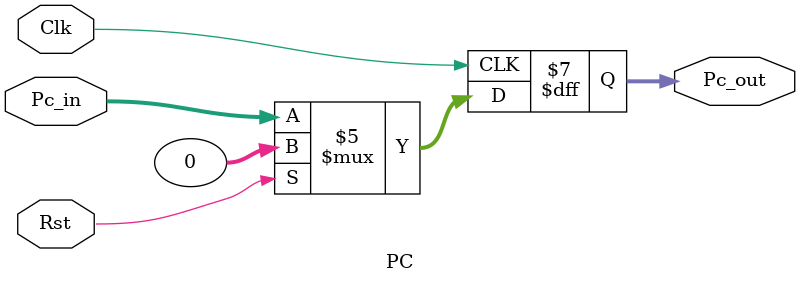
<source format=v>
module PC (
    //Inputs
    input Clk, Rst,
    input [31:0] Pc_in,

    //Outputs
    output reg [31:0] Pc_out
    );

//Initialize initial value of PC
initial begin
    Pc_out = 0;
end
 
always @(posedge Clk )
    begin
        if(Rst == 1)
            Pc_out <= 0;
        else
            Pc_out <= Pc_in;
    end
    
endmodule
</source>
